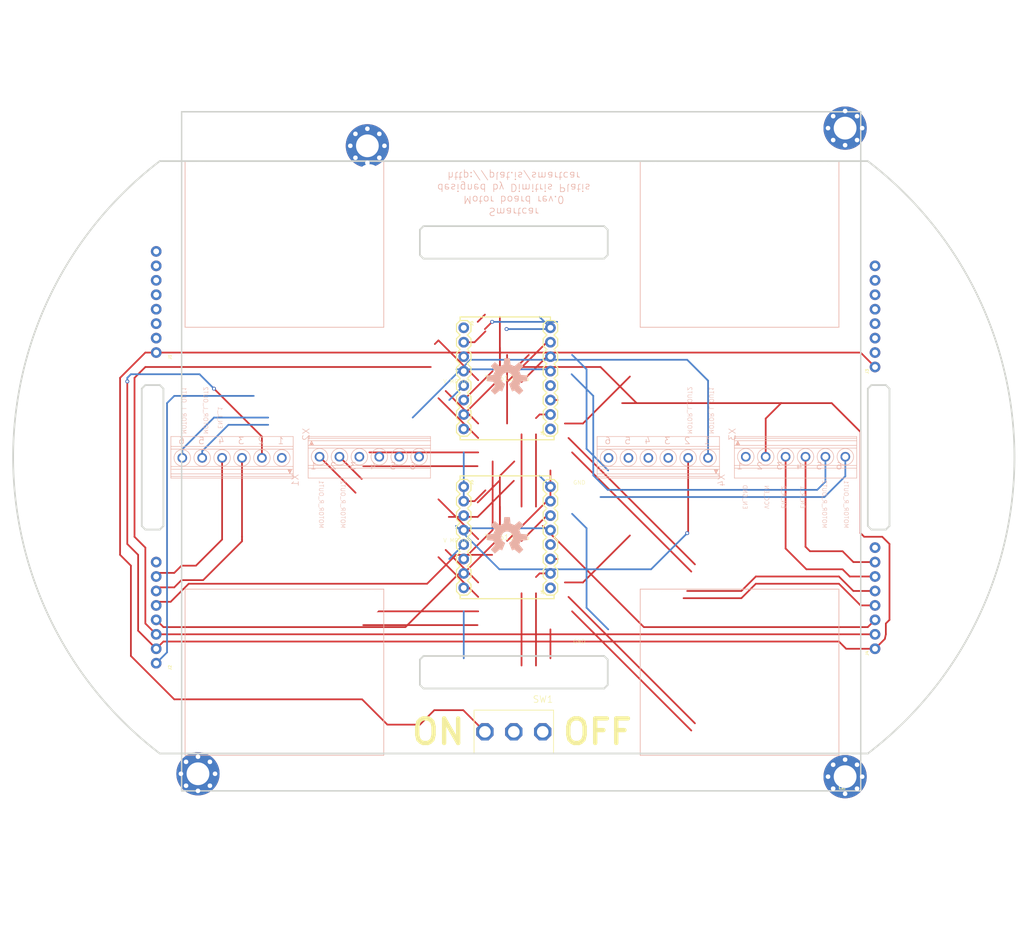
<source format=kicad_pcb>
(kicad_pcb (version 20211014) (generator pcbnew)
  (layers (0 "F.Cu" signal) (31 "B.Cu" signal) (34 "B.Paste" user) (35 "F.Paste" user) (36 "B.SilkS" user "B.Silkscreen") (37 "F.SilkS" user "F.Silkscreen") (38 "B.Mask" user) (39 "F.Mask" user) (44 "Edge.Cuts" user))
  (net 0 "")
  (net 1 "MOTOR_L_EN")
  (net 2 "MOTOR_L_IN1")
  (net 3 "MOTOR_L_OUT1")
  (net 4 "GND")
  (net 5 "MOTOR_L_OUT2")
  (net 6 "MOTOR_L_IN2")
  (net 7 "MOTOR_VCC")
  (net 8 "MOTOR_R_IN1")
  (net 9 "MOTOR_R_OUT1")
  (net 10 "MOTOR_R_IN2")
  (net 11 "MOTOR_R_OUT2")
  (net 12 "EN_L_1")
  (net 13 "EN_L_2")
  (net 14 "VCC")
  (net 15 "EN_R_2")
  (net 16 "EN_R_1")
  (net 17 "MOTOR_R_EN")
  (net 18 "BAT_GND")
  (footprint "1X08" (layer "F.Cu") (at 154.94 100.0125 90)
    (fp_text reference "J6")
    (fp_text value "")
  )
  (footprint "SPDT-0.2-THICK-PINS" (layer "F.Cu") (at 148.5011 153.2636 90)
    (fp_text reference "SW1")
    (fp_text value "SPDT-HIGH-AMP-SWITCHPTH" hide)
  )
  (footprint "1X08_NO_SILK" (layer "F.Cu") (at 212.0011 138.6586 90)
    (fp_text reference "J4")
    (fp_text value "")
  )
  (footprint "Library:NANO-ITX_120X120" (layer "F.Cu") (at 209.486 163.641 90)
    (fp_text reference "REF**")
    (fp_text value "std:4ce506b582444e2088a29f0cde42e51f")
    (fp_line (start 0 -119.38) (end 0 0) (layer "Edge.Cuts") (width 0.254))
    (fp_line (start 119.38 0) (end 119.38 -119.38) (layer "Edge.Cuts") (width 0.254))
    (fp_line (start 119.38 -119.38) (end 0 -119.38) (layer "Edge.Cuts") (width 0.254))
    (fp_line (start 0 0) (end 119.38 0) (layer "Edge.Cuts") (width 0.254))
  )
  (footprint "" (layer "F.Cu") (at 131.9911 61.8236)
    (fp_text reference "@HOLE6" hide)
    (fp_text value "")
  )
  (footprint "" (layer "F.Cu") (at 165.0111 148.1836)
    (fp_text reference "@HOLE4" hide)
    (fp_text value "")
  )
  (footprint "1X08" (layer "F.Cu") (at 139.7 82.2325 -90)
    (fp_text reference "J5")
    (fp_text value "")
  )
  (footprint "1X08_NO_SILK" (layer "F.Cu") (at 212.0011 89.1286 90)
    (fp_text reference "J3")
    (fp_text value "")
  )
  (footprint "BUMPER_2_SCREWS_NARROW" (layer "F.Cu") (at 69.7611 105.0036)
    (fp_text reference "U$1" hide)
    (fp_text value "BUMPER_020522_SCREWS" hide)
  )
  (footprint "1X08_NO_SILK" (layer "F.Cu") (at 85.6361 86.5886 90)
    (fp_text reference "J1")
    (fp_text value "")
  )
  (footprint "" (layer "F.Cu") (at 131.9911 148.1836)
    (fp_text reference "@HOLE5" hide)
    (fp_text value "")
  )
  (footprint "" (layer "F.Cu") (at 79.9211 65.6336)
    (fp_text reference "@HOLE0" hide)
    (fp_text value "")
  )
  (footprint "1X08_NO_SILK" (layer "F.Cu") (at 85.6361 141.1986 90)
    (fp_text reference "J2")
    (fp_text value "")
  )
  (footprint "1X08" (layer "F.Cu") (at 154.94 127.9525 90)
    (fp_text reference "J6")
    (fp_text value "")
  )
  (footprint "" (layer "F.Cu") (at 79.9211 144.3736)
    (fp_text reference "@HOLE2" hide)
    (fp_text value "")
  )
  (footprint "" (layer "F.Cu") (at 217.7161 144.3736)
    (fp_text reference "@HOLE3" hide)
    (fp_text value "")
  )
  (footprint "" (layer "F.Cu") (at 217.7161 65.6336)
    (fp_text reference "@HOLE1" hide)
    (fp_text value "")
  )
  (footprint "BUMPER_2_SCREWS_NARROW" (layer "F.Cu") (at 227.8761 105.0036)
    (fp_text reference "U$2" hide)
    (fp_text value "BUMPER_020522_SCREWS" hide)
  )
  (footprint "" (layer "F.Cu") (at 165.0111 61.8236)
    (fp_text reference "@HOLE7" hide)
    (fp_text value "")
  )
  (footprint "1X08" (layer "F.Cu") (at 139.7 110.1725 -90)
    (fp_text reference "J5")
    (fp_text value "")
  )
  (footprint "SMARTCAR_MOTOR_MOUNT_HOLES" (layer "B.Cu") (at 107.8611 67.5386 180)
    (fp_text reference "MOTOR5" hide)
    (fp_text value "SMARTCAR_MOTOR" hide)
  )
  (footprint "SMARTCAR_MOTOR_MOUNT_HOLES" (layer "B.Cu") (at 187.8711 67.5386 180)
    (fp_text reference "MOTOR4" hide)
    (fp_text value "SMARTCAR_MOTOR" hide)
  )
  (footprint "OSHW-LOGO-L" (layer "B.Cu") (at 147.32 119.0625 180)
    (fp_text reference "LOGO1" hide)
    (fp_text value "OSHW-LOGOL" hide)
  )
  (footprint "1751280" (layer "B.Cu") (at 173.9011 105.0036 180)
    (fp_text reference "X4")
    (fp_text value "1751280")
  )
  (footprint "1751280" (layer "B.Cu") (at 123.1011 105.0036)
    (fp_text reference "X2")
    (fp_text value "1751280")
  )
  (footprint "1751280" (layer "B.Cu") (at 198.0311 105.0036)
    (fp_text reference "X3")
    (fp_text value "1751280")
  )
  (footprint "1751280" (layer "B.Cu") (at 98.9711 105.0036 180)
    (fp_text reference "X1")
    (fp_text value "1751280")
  )
  (footprint "OSHW-LOGO-L" (layer "B.Cu") (at 147.32 91.1225 180)
    (fp_text reference "LOGO1" hide)
    (fp_text value "OSHW-LOGOL" hide)
  )
  (footprint "SMARTCAR_MOTOR_MOUNT_HOLES" (layer "B.Cu") (at 107.8611 142.7861 180)
    (fp_text reference "MOTOR2" hide)
    (fp_text value "SMARTCAR_MOTOR" hide)
  )
  (footprint "SMARTCAR_MOTOR_MOUNT_HOLES" (layer "B.Cu") (at 187.8711 142.7861 180)
    (fp_text reference "MOTOR3" hide)
    (fp_text value "SMARTCAR_MOTOR" hide)
  )
  (gr_line (start 139.065 129.2225) (end 139.065 129.8575) (layer "F.SilkS") (width 0.2032))
  (gr_line (start 139.065 101.9175) (end 155.575 101.9175) (layer "F.SilkS") (width 0.2032))
  (gr_line (start 139.065 101.2825) (end 139.065 101.9175) (layer "F.SilkS") (width 0.2032))
  (gr_line (start 155.575 101.9175) (end 155.575 101.2825) (layer "F.SilkS") (width 0.2032))
  (gr_line (start 154.94 80.3275) (end 154.94 80.9625) (layer "F.SilkS") (width 0.2032))
  (gr_line (start 139.065 80.3275) (end 154.94 80.3275) (layer "F.SilkS") (width 0.2032))
  (gr_line (start 139.065 129.8575) (end 155.575 129.8575) (layer "F.SilkS") (width 0.2032))
  (gr_line (start 139.065 80.3275) (end 139.065 80.9625) (layer "F.SilkS") (width 0.2032))
  (gr_line (start 155.575 129.8575) (end 155.575 129.2225) (layer "F.SilkS") (width 0.2032))
  (gr_line (start 154.94 108.2675) (end 154.94 108.9025) (layer "F.SilkS") (width 0.2032))
  (gr_line (start 139.065 108.2675) (end 139.065 108.9025) (layer "F.SilkS") (width 0.2032))
  (gr_line (start 139.065 108.2675) (end 154.94 108.2675) (layer "F.SilkS") (width 0.2032))
  (gr_line (start 213.9061 92.3036) (end 214.5411 92.9386) (layer "Edge.Cuts") (width 0.3048))
  (gr_line (start 165.0111 140.5636) (end 165.0111 145.0086) (layer "Edge.Cuts") (width 0.3048))
  (gr_line (start 83.7311 92.3036) (end 83.0961 92.9386) (layer "Edge.Cuts") (width 0.3048))
  (gr_line (start 165.0111 69.4436) (end 165.0111 64.9986) (layer "Edge.Cuts") (width 0.3048))
  (gr_line (start 86.2711 117.7036) (end 86.9061 117.0686) (layer "Edge.Cuts") (width 0.3048))
  (gr_line (start 132.6261 70.0786) (end 164.3761 70.0786) (layer "Edge.Cuts") (width 0.3048))
  (gr_line (start 211.3661 92.3036) (end 210.7311 92.9386) (layer "Edge.Cuts") (width 0.3048))
  (gr_line (start 83.7311 117.7036) (end 86.2711 117.7036) (layer "Edge.Cuts") (width 0.3048))
  (gr_line (start 211.3661 117.7036) (end 210.7311 117.0686) (layer "Edge.Cuts") (width 0.3048))
  (gr_line (start 131.9911 69.4436) (end 131.9911 64.9986) (layer "Edge.Cuts") (width 0.3048))
  (gr_line (start 164.3761 70.0786) (end 165.0111 69.4436) (layer "Edge.Cuts") (width 0.3048))
  (gr_arc (start 86.2711 157.0736) (mid 60.488129 105.0036) (end 86.2711 52.9336) (layer "Edge.Cuts") (width 0.3048))
  (gr_line (start 132.6261 70.0786) (end 131.9911 69.4436) (layer "Edge.Cuts") (width 0.3048))
  (gr_line (start 83.0961 117.0686) (end 83.0961 92.9386) (layer "Edge.Cuts") (width 0.3048))
  (gr_line (start 86.2711 92.3036) (end 86.9061 92.9386) (layer "Edge.Cuts") (width 0.3048))
  (gr_line (start 210.7311 157.0736) (end 86.2711 157.0736) (layer "Edge.Cuts") (width 0.3048))
  (gr_line (start 132.6261 145.6436) (end 131.9911 145.0086) (layer "Edge.Cuts") (width 0.3048))
  (gr_line (start 164.3761 139.9286) (end 132.6261 139.9286) (layer "Edge.Cuts") (width 0.3048))
  (gr_line (start 83.7311 92.3036) (end 86.2711 92.3036) (layer "Edge.Cuts") (width 0.3048))
  (gr_line (start 83.7311 117.7036) (end 83.0961 117.0686) (layer "Edge.Cuts") (width 0.3048))
  (gr_line (start 131.9911 64.9986) (end 132.6261 64.3636) (layer "Edge.Cuts") (width 0.3048))
  (gr_line (start 211.3661 117.7036) (end 213.9061 117.7036) (layer "Edge.Cuts") (width 0.3048))
  (gr_line (start 132.6261 145.6436) (end 164.3761 145.6436) (layer "Edge.Cuts") (width 0.3048))
  (gr_line (start 165.0111 64.9986) (end 164.3761 64.3636) (layer "Edge.Cuts") (width 0.3048))
  (gr_line (start 165.0111 145.0086) (end 164.3761 145.6436) (layer "Edge.Cuts") (width 0.3048))
  (gr_line (start 86.2711 52.9336) (end 210.7311 52.9336) (layer "Edge.Cuts") (width 0.3048))
  (gr_line (start 211.3661 92.3036) (end 213.9061 92.3036) (layer "Edge.Cuts") (width 0.3048))
  (gr_line (start 164.3761 139.9286) (end 165.0111 140.5636) (layer "Edge.Cuts") (width 0.3048))
  (gr_line (start 86.9061 92.9386) (end 86.9061 117.0686) (layer "Edge.Cuts") (width 0.3048))
  (gr_line (start 131.9911 140.5636) (end 132.6261 139.9286) (layer "Edge.Cuts") (width 0.3048))
  (gr_line (start 213.9061 117.7036) (end 214.5411 117.0686) (layer "Edge.Cuts") (width 0.3048))
  (gr_line (start 131.9911 145.0086) (end 131.9911 140.5636) (layer "Edge.Cuts") (width 0.3048))
  (gr_arc (start 210.731099 52.933599) (mid 236.514071 105.003599) (end 210.7311 157.0736) (layer "Edge.Cuts") (width 0.3048))
  (gr_line (start 164.3761 64.3636) (end 132.6261 64.3636) (layer "Edge.Cuts") (width 0.3048))
  (gr_line (start 214.5411 92.9386) (end 214.5411 117.0686) (layer "Edge.Cuts") (width 0.3048))
  (gr_line (start 210.7311 117.0686) (end 210.7311 92.9386) (layer "Edge.Cuts") (width 0.3048))
  (gr_text "MOTOR_R_OUT1" (at 206.9211 113.2586 -90) (layer "B.SilkS") (effects (font (size 0.747776 0.747776) (thickness 0.065024)) (justify mirror)))
  (gr_text "MOTOR_R_OUT2" (at 203.1111 113.2586 -90) (layer "B.SilkS") (effects (font (size 0.747776 0.747776) (thickness 0.065024)) (justify mirror)))
  (gr_text "MOTOR_R_OUT2" (at 118.0211 113.2586 -90) (layer "B.SilkS") (effects (font (size 0.747776 0.747776) (thickness 0.065024)) (justify bottom mirror)))
  (gr_text "Smartcar\nMotor board rev.0\ndesigned by Dimitris Platis\nhttp://plat.is/smartcar" (at 148.5011 58.6486 -180) (layer "B.SilkS") (effects (font (size 1.308608 1.308608) (thickness 0.113792)) (justify mirror)))
  (gr_text "MOTOR_L_OUT1" (at 90.0811 96.7486 -90) (layer "B.SilkS") (effects (font (size 0.747776 0.747776) (thickness 0.065024)) (justify bottom mirror)))
  (gr_text "MOTOR_L_OUT2" (at 178.9811 96.7486 -90) (layer "B.SilkS") (effects (font (size 0.747776 0.747776) (thickness 0.065024)) (justify bottom mirror)))
  (gr_text "MOTOR_R_OUT1" (at 114.2111 113.2586 -90) (layer "B.SilkS") (effects (font (size 0.747776 0.747776) (thickness 0.065024)) (justify bottom mirror)))
  (gr_text "EN_R_2" (at 195.4911 111.9886 -90) (layer "B.SilkS") (effects (font (size 0.747776 0.747776) (thickness 0.065024)) (justify bottom mirror)))
  (gr_text "MOTOR_L_OUT1" (at 182.7911 96.7486 -90) (layer "B.SilkS") (effects (font (size 0.747776 0.747776) (thickness 0.065024)) (justify bottom mirror)))
  (gr_text "EN_R_1" (at 199.3011 111.9886 -90) (layer "B.SilkS") (effects (font (size 0.747776 0.747776) (thickness 0.065024)) (justify mirror)))
  (gr_text "MOTOR_L_OUT2" (at 93.8911 96.7486 -90) (layer "B.SilkS") (effects (font (size 0.747776 0.747776) (thickness 0.065024)) (justify bottom mirror)))
  (gr_text "VCC_EN" (at 192.9511 111.9886 -90) (layer "B.SilkS") (effects (font (size 0.747776 0.747776) (thickness 0.065024)) (justify mirror)))
  (gr_text "EN_GND" (at 189.1411 111.9886 -90) (layer "B.SilkS") (effects (font (size 0.747776 0.747776) (thickness 0.065024)) (justify mirror)))
  (gr_text "EN_L_1" (at 96.4311 98.0186 -90) (layer "B.SilkS") (effects (font (size 0.747776 0.747776) (thickness 0.065024)) (justify bottom mirror)))
  (gr_text "GND" (at 160.02 109.855) (layer "F.SilkS") (effects (font (size 0.70104 0.70104) (thickness 0.06096)) (justify bottom)))
  (gr_text "V MOTOR" (at 138.43 120.015) (layer "F.SilkS") (effects (font (size 0.70104 0.70104) (thickness 0.06096)) (justify bottom)))
  (gr_text "ON" (at 140.2461 153.2636) (layer "F.SilkS") (effects (font (size 4.318 4.318) (thickness 0.762)) (justify right)))
  (gr_text "V MOTOR" (at 138.43 92.075) (layer "F.SilkS") (effects (font (size 0.70104 0.70104) (thickness 0.06096)) (justify bottom)))
  (gr_text "OFF" (at 156.7561 153.2636) (layer "F.SilkS") (effects (font (size 4.318 4.318) (thickness 0.762)) (justify left)))
  (gr_text "TB6612FNG" (at 147.32 119.0625) (layer "F.SilkS") (effects (font (size 0.93472 0.93472) (thickness 0.08128))))
  (gr_text "GND" (at 160.02 137.795) (layer "F.SilkS") (effects (font (size 0.70104 0.70104) (thickness 0.06096)) (justify bottom)))
  (gr_text "TB6612FNG" (at 147.32 91.1225) (layer "F.SilkS") (effects (font (size 0.93472 0.93472) (thickness 0.08128))))
  (segment (start 143.4211 82.4611) (end 144.6911 81.1911) (width 0.3048) (layer "F.Cu") (net 1))
  (via (at 144.6911 81.1911) (size 0.6858) (drill 0.381) (layers "F.Cu" "B.Cu") (net 1))
  (via (at 147.2311 82.4611) (size 0.6858) (drill 0.381) (layers "F.Cu" "B.Cu") (net 1))
  (segment (start 153.035 80.3275) (end 154.94 82.2325) (width 0.3048) (layer "B.Cu") (net 1))
  (segment (start 87.5411 139.2936) (end 87.5411 95.4786) (width 0.3048) (layer "B.Cu") (net 1))
  (segment (start 88.8111 94.2086) (end 102.7811 94.2086) (width 0.3048) (layer "B.Cu") (net 1))
  (segment (start 138.43 89.535) (end 155.575 89.535) (width 0.3048) (layer "B.Cu") (net 1))
  (segment (start 138.43 117.475) (end 155.575 117.475) (width 0.3048) (layer "B.Cu") (net 1))
  (segment (start 85.6361 141.1986) (end 87.5411 139.2936) (width 0.3048) (layer "B.Cu") (net 1))
  (segment (start 144.6911 81.1911) (end 156.1211 81.1911) (width 0.3048) (layer "B.Cu") (net 1))
  (segment (start 87.5411 95.4786) (end 88.8111 94.2086) (width 0.3048) (layer "B.Cu") (net 1))
  (segment (start 147.2311 82.4611) (end 154.8511 82.4611) (width 0.3048) (layer "B.Cu") (net 1))
  (segment (start 153.035 108.2675) (end 154.94 110.1725) (width 0.3048) (layer "B.Cu") (net 1))
  (segment (start 152.4 141.605) (end 152.4 128.905) (width 0.3048) (layer "F.Cu") (net 2))
  (segment (start 154.305 87.3125) (end 154.94 87.3125) (width 0.3048) (layer "F.Cu") (net 2))
  (segment (start 152.4 113.665) (end 152.4 100.965) (width 0.3048) (layer "F.Cu") (net 2))
  (segment (start 149.86 91.7575) (end 154.305 87.3125) (width 0.3048) (layer "F.Cu") (net 2))
  (segment (start 154.305 115.2525) (end 154.94 115.2525) (width 0.3048) (layer "F.Cu") (net 2))
  (segment (start 142.1511 115.4811) (end 148.5011 109.1311) (width 0.3048) (layer "F.Cu") (net 2))
  (segment (start 139.6111 124.6886) (end 129.4511 134.8486) (width 0.3048) (layer "F.Cu") (net 2))
  (segment (start 142.1511 115.4811) (end 137.0711 115.4811) (width 0.3048) (layer "F.Cu") (net 2))
  (segment (start 86.9061 134.8486) (end 85.6361 133.5786) (width 0.3048) (layer "F.Cu") (net 2))
  (segment (start 149.86 119.6975) (end 154.305 115.2525) (width 0.3048) (layer "F.Cu") (net 2))
  (segment (start 129.4511 134.8486) (end 86.9061 134.8486) (width 0.3048) (layer "F.Cu") (net 2))
  (segment (start 136.525 93.345) (end 142.24 99.06) (width 0.3048) (layer "F.Cu") (net 3))
  (segment (start 136.525 121.285) (end 142.24 127) (width 0.3048) (layer "F.Cu") (net 3))
  (segment (start 130.7211 98.0186) (end 140.8811 87.8586) (width 0.3048) (layer "B.Cu") (net 3))
  (segment (start 90.2211 103.5936) (end 95.7961 98.0186) (width 0.3048) (layer "B.Cu") (net 3))
  (segment (start 182.6511 105.1036) (end 182.6511 91.5286) (width 0.3048) (layer "B.Cu") (net 3))
  (segment (start 140.8811 87.8586) (end 178.9811 87.8586) (width 0.3048) (layer "B.Cu") (net 3))
  (segment (start 182.6511 91.5286) (end 182.4736 91.3511) (width 0.3048) (layer "B.Cu") (net 3))
  (segment (start 90.2211 105.1036) (end 90.2211 103.5936) (width 0.3048) (layer "B.Cu") (net 3))
  (segment (start 95.7961 98.0186) (end 105.3211 98.0186) (width 0.3048) (layer "B.Cu") (net 3))
  (segment (start 178.9811 87.8586) (end 182.4736 91.3511) (width 0.3048) (layer "B.Cu") (net 3))
  (segment (start 135.255 94.615) (end 142.24 101.6) (width 0.3048) (layer "F.Cu") (net 4))
  (segment (start 179.1511 118.1686) (end 178.9811 118.3386) (width 0.3048) (layer "F.Cu") (net 5))
  (segment (start 179.1511 105.1036) (end 179.1511 118.1686) (width 0.3048) (layer "F.Cu") (net 5))
  (segment (start 135.255 122.555) (end 142.24 129.54) (width 0.3048) (layer "F.Cu") (net 5))
  (via (at 178.9811 118.3386) (size 0.6858) (drill 0.381) (layers "F.Cu" "B.Cu") (net 5))
  (segment (start 93.7211 103.9036) (end 98.3361 99.2886) (width 0.3048) (layer "B.Cu") (net 5))
  (segment (start 93.7211 105.1036) (end 93.7211 103.9036) (width 0.3048) (layer "B.Cu") (net 5))
  (segment (start 139.7 104.14) (end 139.7 112.395) (width 0.3048) (layer "B.Cu") (net 5))
  (segment (start 172.6311 124.6886) (end 178.9811 118.3386) (width 0.3048) (layer "B.Cu") (net 5))
  (segment (start 138.3411 117.0686) (end 145.9611 124.6886) (width 0.3048) (layer "B.Cu") (net 5))
  (segment (start 139.7 92.3925) (end 137.16 94.9325) (width 0.3048) (layer "B.Cu") (net 5))
  (segment (start 98.3361 99.2886) (end 105.3211 99.2886) (width 0.3048) (layer "B.Cu") (net 5))
  (segment (start 145.9611 124.6886) (end 172.6311 124.6886) (width 0.3048) (layer "B.Cu") (net 5))
  (segment (start 139.7 132.08) (end 139.7 140.335) (width 0.3048) (layer "B.Cu") (net 5))
  (segment (start 139.7 120.3325) (end 137.16 122.8725) (width 0.3048) (layer "B.Cu") (net 5))
  (segment (start 147.32 119.6975) (end 154.305 112.7125) (width 0.3048) (layer "F.Cu") (net 6))
  (segment (start 138.3411 122.1486) (end 144.6911 122.1486) (width 0.3048) (layer "F.Cu") (net 6))
  (segment (start 88.1761 130.4036) (end 91.3511 127.2286) (width 0.3048) (layer "F.Cu") (net 6))
  (segment (start 154.305 84.7725) (end 154.94 84.7725) (width 0.3048) (layer "F.Cu") (net 6))
  (segment (start 147.32 91.7575) (end 154.305 84.7725) (width 0.3048) (layer "F.Cu") (net 6))
  (segment (start 142.1511 112.9411) (end 145.9611 109.1311) (width 0.3048) (layer "F.Cu") (net 6))
  (segment (start 85.6361 131.0386) (end 86.2711 130.4036) (width 0.3048) (layer "F.Cu") (net 6))
  (segment (start 149.86 113.665) (end 149.86 100.965) (width 0.3048) (layer "F.Cu") (net 6))
  (segment (start 91.3511 127.2286) (end 133.2611 127.2286) (width 0.3048) (layer "F.Cu") (net 6))
  (segment (start 149.86 141.605) (end 149.86 128.905) (width 0.3048) (layer "F.Cu") (net 6))
  (segment (start 138.3411 122.1486) (end 133.2611 127.2286) (width 0.3048) (layer "F.Cu") (net 6))
  (segment (start 154.305 112.7125) (end 154.94 112.7125) (width 0.3048) (layer "F.Cu") (net 6))
  (segment (start 86.2711 130.4036) (end 88.1761 130.4036) (width 0.3048) (layer "F.Cu") (net 6))
  (segment (start 83.7311 134.2136) (end 83.7311 120.8786) (width 0.3048) (layer "F.Cu") (net 7))
  (segment (start 81.8261 91.0336) (end 82.4611 90.3986) (width 0.3048) (layer "F.Cu") (net 7))
  (segment (start 85.6361 136.1186) (end 83.7311 134.2136) (width 0.3048) (layer "F.Cu") (net 7))
  (segment (start 81.8261 118.9736) (end 81.8261 91.0336) (width 0.3048) (layer "F.Cu") (net 7))
  (segment (start 135.255 84.455) (end 134.62 85.09) (width 0.3048) (layer "F.Cu") (net 7))
  (segment (start 135.255 112.395) (end 142.24 119.38) (width 0.3048) (layer "F.Cu") (net 7))
  (segment (start 135.255 84.455) (end 142.24 91.44) (width 0.3048) (layer "F.Cu") (net 7))
  (segment (start 212.0011 136.1186) (end 85.6361 136.1186) (width 0.3048) (layer "F.Cu") (net 7))
  (segment (start 83.7311 89.1286) (end 133.8961 89.1286) (width 0.3048) (layer "F.Cu") (net 7))
  (segment (start 83.7311 120.8786) (end 81.8261 118.9736) (width 0.3048) (layer "F.Cu") (net 7))
  (segment (start 82.4611 90.3986) (end 82.7786 90.0811) (width 0.3048) (layer "F.Cu") (net 7))
  (segment (start 82.7786 90.0811) (end 83.7311 89.1286) (width 0.3048) (layer "F.Cu") (net 7))
  (segment (start 155.575 92.3925) (end 154.94 92.3925) (width 0.3048) (layer "F.Cu") (net 8))
  (segment (start 178.9811 128.4986) (end 188.5061 128.4986) (width 0.3048) (layer "F.Cu") (net 8))
  (segment (start 158.115 129.54) (end 180.34 151.765) (width 0.3048) (layer "F.Cu") (net 8))
  (segment (start 188.5061 128.4986) (end 191.0461 125.9586) (width 0.3048) (layer "F.Cu") (net 8))
  (segment (start 205.6511 125.9586) (end 208.1911 128.4986) (width 0.3048) (layer "F.Cu") (net 8))
  (segment (start 208.1911 128.4986) (end 212.0011 128.4986) (width 0.3048) (layer "F.Cu") (net 8))
  (segment (start 191.0461 125.9586) (end 205.6511 125.9586) (width 0.3048) (layer "F.Cu") (net 8))
  (segment (start 155.575 120.3325) (end 154.94 120.3325) (width 0.3048) (layer "F.Cu") (net 8))
  (segment (start 158.115 101.6) (end 180.34 123.825) (width 0.3048) (layer "F.Cu") (net 8))
  (segment (start 146.05 108.2675) (end 148.59 105.7275) (width 0.3048) (layer "F.Cu") (net 9))
  (segment (start 146.05 80.3275) (end 146.05 91.1225) (width 0.3048) (layer "F.Cu") (net 9))
  (segment (start 122.04 134.5) (end 142.12 134.5) (width 0.3048) (layer "F.Cu") (net 9))
  (segment (start 139.58 97.3525) (end 139.7 97.4725) (width 0.3048) (layer "F.Cu") (net 9))
  (segment (start 139.58 125.2925) (end 139.7 125.4125) (width 0.3048) (layer "F.Cu") (net 9))
  (segment (start 114.3511 104.9036) (end 120.6811 111.2336) (width 0.3048) (layer "F.Cu") (net 9))
  (segment (start 146.05 91.1225) (end 139.7 97.4725) (width 0.3048) (layer "F.Cu") (net 9))
  (segment (start 122.04 106.56) (end 142.12 106.56) (width 0.3048) (layer "F.Cu") (net 9))
  (segment (start 148.59 89.535) (end 151.13 86.995) (width 0.3048) (layer "F.Cu") (net 9))
  (segment (start 146.05 119.0625) (end 139.7 125.4125) (width 0.3048) (layer "F.Cu") (net 9))
  (segment (start 146.05 108.2675) (end 146.05 119.0625) (width 0.3048) (layer "F.Cu") (net 9))
  (segment (start 206.7811 108.3186) (end 203.1111 111.9886) (width 0.3048) (layer "B.Cu") (net 9))
  (segment (start 158.75 114.935) (end 161.29 117.475) (width 0.3048) (layer "B.Cu") (net 9))
  (segment (start 161.29 117.475) (end 161.29 131.445) (width 0.3048) (layer "B.Cu") (net 9))
  (segment (start 163.7411 111.9886) (end 203.1111 111.9886) (width 0.3048) (layer "B.Cu") (net 9))
  (segment (start 161.29 131.445) (end 165.1 135.255) (width 0.3048) (layer "B.Cu") (net 9))
  (segment (start 158.75 86.995) (end 161.29 89.535) (width 0.3048) (layer "B.Cu") (net 9))
  (segment (start 161.29 103.505) (end 165.1 107.315) (width 0.3048) (layer "B.Cu") (net 9))
  (segment (start 206.7811 104.9036) (end 206.7811 108.3186) (width 0.3048) (layer "B.Cu") (net 9))
  (segment (start 161.29 89.535) (end 161.29 103.505) (width 0.3048) (layer "B.Cu") (net 9))
  (segment (start 209.4611 131.0386) (end 212.0011 131.0386) (width 0.3048) (layer "F.Cu") (net 10))
  (segment (start 209.4611 131.0386) (end 205.6511 127.2286) (width 0.3048) (layer "F.Cu") (net 10))
  (segment (start 154.94 122.8725) (end 156.21 122.8725) (width 0.3048) (layer "F.Cu") (net 10))
  (segment (start 191.0461 127.2286) (end 188.5061 129.7686) (width 0.3048) (layer "F.Cu") (net 10))
  (segment (start 158.75 132.08) (end 179.705 153.035) (width 0.3048) (layer "F.Cu") (net 10))
  (segment (start 205.6511 127.2286) (end 191.0461 127.2286) (width 0.3048) (layer "F.Cu") (net 10))
  (segment (start 154.94 94.9325) (end 156.21 94.9325) (width 0.3048) (layer "F.Cu") (net 10))
  (segment (start 158.75 104.14) (end 179.705 125.095) (width 0.3048) (layer "F.Cu") (net 10))
  (segment (start 188.5061 129.7686) (end 178.3461 129.7686) (width 0.3048) (layer "F.Cu") (net 10))
  (segment (start 117.8511 104.9036) (end 121.7611 108.8136) (width 0.3048) (layer "F.Cu") (net 11))
  (segment (start 123.12 104.14) (end 142.24 104.14) (width 0.3048) (layer "F.Cu") (net 11))
  (segment (start 139.7 122.8725) (end 144.78 117.7925) (width 0.3048) (layer "F.Cu") (net 11))
  (segment (start 139.7 94.9325) (end 144.78 89.8525) (width 0.3048) (layer "F.Cu") (net 11))
  (segment (start 147.32 99.06) (end 147.32 86.995) (width 0.3048) (layer "F.Cu") (net 11))
  (segment (start 144.78 117.7925) (end 144.78 105.7275) (width 0.3048) (layer "F.Cu") (net 11))
  (segment (start 123.12 132.08) (end 142.24 132.08) (width 0.3048) (layer "F.Cu") (net 11))
  (segment (start 162.4711 108.1786) (end 165.0111 110.7186) (width 0.3048) (layer "B.Cu") (net 11))
  (segment (start 203.2811 104.9036) (end 203.2811 109.2786) (width 0.3048) (layer "B.Cu") (net 11))
  (segment (start 162.4711 94.2086) (end 162.4711 108.1786) (width 0.3048) (layer "B.Cu") (net 11))
  (segment (start 203.2811 109.2786) (end 201.8411 110.7186) (width 0.3048) (layer "B.Cu") (net 11))
  (segment (start 158.6611 90.3986) (end 162.4711 94.2086) (width 0.3048) (layer "B.Cu") (net 11))
  (segment (start 165.0111 110.7186) (end 201.8411 110.7186) (width 0.3048) (layer "B.Cu") (net 11))
  (segment (start 88.8111 125.3236) (end 90.0811 124.0536) (width 0.3048) (layer "F.Cu") (net 12))
  (segment (start 92.6211 124.0536) (end 97.2211 119.4536) (width 0.3048) (layer "F.Cu") (net 12))
  (segment (start 85.6361 125.9586) (end 86.2711 125.3236) (width 0.3048) (layer "F.Cu") (net 12))
  (segment (start 86.2711 125.3236) (end 88.8111 125.3236) (width 0.3048) (layer "F.Cu") (net 12))
  (segment (start 90.0811 124.0536) (end 92.6211 124.0536) (width 0.3048) (layer "F.Cu") (net 12))
  (segment (start 97.2211 105.1036) (end 97.2211 119.4536) (width 0.3048) (layer "F.Cu") (net 12))
  (segment (start 100.7211 118.9736) (end 100.7211 119.4536) (width 0.3048) (layer "F.Cu") (net 13))
  (segment (start 86.2711 127.8636) (end 88.8111 127.8636) (width 0.3048) (layer "F.Cu") (net 13))
  (segment (start 85.6361 128.4986) (end 86.2711 127.8636) (width 0.3048) (layer "F.Cu") (net 13))
  (segment (start 88.8111 127.8636) (end 90.0811 126.5936) (width 0.3048) (layer "F.Cu") (net 13))
  (segment (start 100.7211 105.1036) (end 100.7211 118.9736) (width 0.3048) (layer "F.Cu") (net 13))
  (segment (start 100.7211 119.7636) (end 100.7211 119.4536) (width 0.3048) (layer "F.Cu") (net 13))
  (segment (start 93.8911 126.5936) (end 100.7211 119.7636) (width 0.3048) (layer "F.Cu") (net 13))
  (segment (start 90.0811 126.5936) (end 93.8911 126.5936) (width 0.3048) (layer "F.Cu") (net 13))
  (segment (start 214.5411 120.2436) (end 214.5411 133.5786) (width 0.3048) (layer "F.Cu") (net 14))
  (segment (start 160.655 127) (end 168.91 118.745) (width 0.3048) (layer "F.Cu") (net 14))
  (segment (start 82.4611 135.4836) (end 82.4611 122.1486) (width 0.3048) (layer "F.Cu") (net 14))
  (segment (start 192.7811 98.1886) (end 195.4911 95.4786) (width 0.3048) (layer "F.Cu") (net 14))
  (segment (start 212.0011 138.6586) (end 206.9211 138.6586) (width 0.3048) (layer "F.Cu") (net 14))
  (segment (start 163.7411 89.1286) (end 170.0911 95.4786) (width 0.3048) (layer "F.Cu") (net 14))
  (segment (start 167.5511 95.4786) (end 170.0911 95.4786) (width 0.3048) (layer "F.Cu") (net 14))
  (segment (start 213.2711 118.9736) (end 214.5411 120.2436) (width 0.3048) (layer "F.Cu") (net 14))
  (segment (start 209.4611 118.3386) (end 210.0961 118.9736) (width 0.3048) (layer "F.Cu") (net 14))
  (segment (start 170.0911 95.4786) (end 195.4911 95.4786) (width 0.3048) (layer "F.Cu") (net 14))
  (segment (start 86.9061 137.3886) (end 85.6361 138.6586) (width 0.3048) (layer "F.Cu") (net 14))
  (segment (start 142.1511 81.1911) (end 143.4211 79.9211) (width 0.3048) (layer "F.Cu") (net 14))
  (segment (start 104.2211 105.1036) (end 104.2211 101.3636) (width 0.3048) (layer "F.Cu") (net 14))
  (segment (start 212.0011 138.6586) (end 213.721512 136.938188) (width 0.3048) (layer "F.Cu") (net 14))
  (segment (start 209.4611 100.5586) (end 209.4611 118.3386) (width 0.3048) (layer "F.Cu") (net 14))
  (segment (start 205.6511 137.3886) (end 86.9061 137.3886) (width 0.3048) (layer "F.Cu") (net 14))
  (segment (start 210.0961 118.9736) (end 213.2711 118.9736) (width 0.3048) (layer "F.Cu") (net 14))
  (segment (start 82.4611 122.1486) (end 80.5561 120.2436) (width 0.3048) (layer "F.Cu") (net 14))
  (segment (start 139.7 112.7125) (end 141.605 112.7125) (width 0.3048) (layer "F.Cu") (net 14))
  (segment (start 214.5411 133.5786) (end 213.903143 134.216557) (width 0.3048) (layer "F.Cu") (net 14))
  (segment (start 141.605 84.7725) (end 143.51 82.8675) (width 0.3048) (layer "F.Cu") (net 14))
  (segment (start 195.4911 95.4786) (end 204.3811 95.4786) (width 0.3048) (layer "F.Cu") (net 14))
  (segment (start 157.48 99.06) (end 160.655 99.06) (width 0.3048) (layer "F.Cu") (net 14))
  (segment (start 139.7 84.7725) (end 141.605 84.7725) (width 0.3048) (layer "F.Cu") (net 14))
  (segment (start 146.05 120.015) (end 146.05 113.665) (width 0.3048) (layer "F.Cu") (net 14))
  (segment (start 146.05 92.075) (end 146.05 85.725) (width 0.3048) (layer "F.Cu") (net 14))
  (segment (start 80.5561 120.2436) (end 80.5561 91.6686) (width 0.3048) (layer "F.Cu") (net 14))
  (segment (start 157.48 127) (end 160.655 127) (width 0.3048) (layer "F.Cu") (net 14))
  (segment (start 82.4611 135.4836) (end 85.6361 138.6586) (width 0.3048) (layer "F.Cu") (net 14))
  (segment (start 192.7811 104.9036) (end 192.7811 98.1886) (width 0.3048) (layer "F.Cu") (net 14))
  (segment (start 160.655 99.06) (end 168.91 90.805) (width 0.3048) (layer "F.Cu") (net 14))
  (segment (start 204.3811 95.4786) (end 209.4611 100.5586) (width 0.3048) (layer "F.Cu") (net 14))
  (segment (start 213.721512 136.938188) (end 213.903143 136.117944) (width 0.3048) (layer "F.Cu") (net 14))
  (segment (start 145.9611 89.1286) (end 163.7411 89.1286) (width 0.3048) (layer "F.Cu") (net 14))
  (segment (start 95.7961 92.9386) (end 104.2211 101.3636) (width 0.3048) (layer "F.Cu") (net 14))
  (segment (start 141.605 112.7125) (end 143.51 110.8075) (width 0.3048) (layer "F.Cu") (net 14))
  (segment (start 206.9211 138.6586) (end 205.6511 137.3886) (width 0.3048) (layer "F.Cu") (net 14))
  (segment (start 213.903143 136.117944) (end 213.903143 134.216557) (width 0.3048) (layer "F.Cu") (net 14))
  (via (at 80.5561 91.6686) (size 0.6858) (drill 0.381) (layers "F.Cu" "B.Cu") (net 14))
  (via (at 95.7961 92.9386) (size 0.6858) (drill 0.381) (layers "F.Cu" "B.Cu") (net 14))
  (segment (start 80.5561 91.6686) (end 80.5561 91.0336) (width 0.3048) (layer "B.Cu") (net 14))
  (segment (start 81.1911 90.3986) (end 93.2561 90.3986) (width 0.3048) (layer "B.Cu") (net 14))
  (segment (start 93.2561 90.3986) (end 95.7961 92.9386) (width 0.3048) (layer "B.Cu") (net 14))
  (segment (start 80.5561 91.0336) (end 81.1911 90.3986) (width 0.3048) (layer "B.Cu") (net 14))
  (segment (start 196.2811 121.0336) (end 196.4436 121.1961) (width 0.3048) (layer "F.Cu") (net 15))
  (segment (start 199.9361 124.6886) (end 196.4436 121.1961) (width 0.3048) (layer "F.Cu") (net 15))
  (segment (start 196.2811 104.9036) (end 196.2811 121.0336) (width 0.3048) (layer "F.Cu") (net 15))
  (segment (start 206.2861 124.6886) (end 199.9361 124.6886) (width 0.3048) (layer "F.Cu") (net 15))
  (segment (start 207.5561 125.9586) (end 206.2861 124.6886) (width 0.3048) (layer "F.Cu") (net 15))
  (segment (start 212.0011 125.9586) (end 207.5561 125.9586) (width 0.3048) (layer "F.Cu") (net 15))
  (segment (start 208.1911 123.4186) (end 206.2861 121.5136) (width 0.3048) (layer "F.Cu") (net 16))
  (segment (start 200.5711 121.5136) (end 199.7811 120.7236) (width 0.3048) (layer "F.Cu") (net 16))
  (segment (start 206.2861 121.5136) (end 200.5711 121.5136) (width 0.3048) (layer "F.Cu") (net 16))
  (segment (start 199.7811 104.9036) (end 199.7811 120.7236) (width 0.3048) (layer "F.Cu") (net 16))
  (segment (start 212.0011 123.4186) (end 208.1911 123.4186) (width 0.3048) (layer "F.Cu") (net 16))
  (segment (start 152.4 126.0475) (end 153.035 125.4125) (width 0.3048) (layer "F.Cu") (net 17))
  (segment (start 210.7311 134.8486) (end 212.0011 133.5786) (width 0.3048) (layer "F.Cu") (net 17))
  (segment (start 153.035 97.4725) (end 154.94 97.4725) (width 0.3048) (layer "F.Cu") (net 17))
  (segment (start 154.94 135.255) (end 154.94 140.335) (width 0.3048) (layer "F.Cu") (net 17))
  (segment (start 153.5811 117.0686) (end 171.3611 134.8486) (width 0.3048) (layer "F.Cu") (net 17))
  (segment (start 153.035 125.4125) (end 154.94 125.4125) (width 0.3048) (layer "F.Cu") (net 17))
  (segment (start 154.94 107.315) (end 154.94 112.395) (width 0.3048) (layer "F.Cu") (net 17))
  (segment (start 152.4 98.1075) (end 153.035 97.4725) (width 0.3048) (layer "F.Cu") (net 17))
  (segment (start 171.3611 134.8486) (end 210.7311 134.8486) (width 0.3048) (layer "F.Cu") (net 17))
  (segment (start 79.2861 91.0336) (end 79.2861 122.1486) (width 0.3048) (layer "F.Cu") (net 18))
  (segment (start 88.8111 147.5486) (end 121.8311 147.5486) (width 0.3048) (layer "F.Cu") (net 18))
  (segment (start 81.1911 124.0536) (end 81.1911 139.9286) (width 0.3048) (layer "F.Cu") (net 18))
  (segment (start 134.5311 149.4536) (end 131.9911 151.9936) (width 0.3048) (layer "F.Cu") (net 18))
  (segment (start 81.1911 139.9286) (end 88.8111 147.5486) (width 0.3048) (layer "F.Cu") (net 18))
  (segment (start 85.6361 86.5886) (end 209.4611 86.5886) (width 0.3048) (layer "F.Cu") (net 18))
  (segment (start 139.6111 149.4536) (end 134.5311 149.4536) (width 0.3048) (layer "F.Cu") (net 18))
  (segment (start 85.6361 86.5886) (end 83.7311 86.5886) (width 0.3048) (layer "F.Cu") (net 18))
  (segment (start 126.2761 151.9936) (end 121.8311 147.5486) (width 0.3048) (layer "F.Cu") (net 18))
  (segment (start 131.9911 151.9936) (end 126.2761 151.9936) (width 0.3048) (layer "F.Cu") (net 18))
  (segment (start 83.7311 86.5886) (end 79.2861 91.0336) (width 0.3048) (layer "F.Cu") (net 18))
  (segment (start 79.2861 122.1486) (end 81.1911 124.0536) (width 0.3048) (layer "F.Cu") (net 18))
  (segment (start 143.4211 153.2636) (end 139.6111 149.4536) (width 0.3048) (layer "F.Cu") (net 18))
  (segment (start 209.4611 86.5886) (end 212.0011 89.1286) (width 0.3048) (layer "F.Cu") (net 18))
)
</source>
